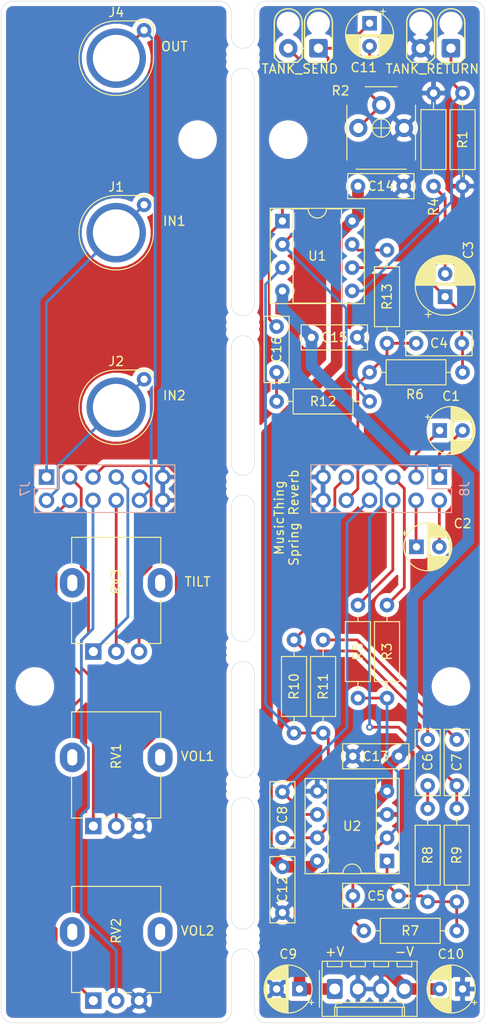
<source format=kicad_pcb>
(kicad_pcb (version 20171130) (host pcbnew "(5.1.8-0-10_14)")
  (layers (0 F.Cu signal) (31 B.Cu signal) (36 B.SilkS user) (37 F.SilkS user) (38 B.Mask user) (39 F.Mask user) (44 Edge.Cuts user))
  (net 0 "")
  (net 1 "Net-(C3-Pad2)")
  (net 2 "Net-(C3-Pad1)")
  (net 3 "Net-(C5-Pad2)")
  (net 4 "Net-(C5-Pad1)")
  (net 5 "Net-(C6-Pad2)")
  (net 6 "Net-(C7-Pad1)")
  (net 7 "Net-(C8-Pad1)")
  (net 8 GND)
  (net 9 +12V)
  (net 10 -12V)
  (net 11 "Net-(C11-Pad2)")
  (net 12 "Net-(C11-Pad1)")
  (net 13 "Net-(C16-Pad2)")
  (net 14 "Net-(C16-Pad1)")
  (net 15 "Net-(J3-Pad1)")
  (net 16 "Net-(R13-Pad2)")
  (net 17 /AUDIO1_IN_MAIN)
  (net 18 /AUDIO1_VOL_MAIN)
  (net 19 /AUDIO2_IN_MAIN)
  (net 20 /AUDIO2_VOL_MAIN)
  (net 21 /AUDIO_OUT_MAIN)
  (net 22 /TILT_HI_MAIN)
  (net 23 /TILT_LO_MAIN)
  (net 24 /TILT_CENTRE_MAIN)
  (net 25 /AUDIO1_IN_CTRL)
  (net 26 /AUDIO2_IN_CTRL)
  (net 27 /AUDIO_OUT_CTRL)
  (net 28 /TILT_HI_CTRL)
  (net 29 /TILT_CENTRE_CTRL)
  (net 30 /TILT_LO_CTRL)
  (net 31 /AUDIO2_POST_VOL_CTRL)
  (net 32 /AUDIO1_POST_VOL_CTRL)
  (net 33 /AUDIO2_VOL_CTRL)
  (net 34 /AUDIO1_VOL_CTRL)
  (net 35 /AUDIO2_POST_VOL_MAIN)
  (net 36 /AUDIO1_POST_VOL_MAIN)
  (net 37 GND1)
  (module rumblesan-footprints:mouse-bite-2.54mm-slot (layer F.Cu) (at 125.857 124.079 90)
    (fp_text reference mouse-bite-2.54mm-slot hide)
    (fp_text value VAL** hide)
    (pad "" np_thru_hole circle (at 0.8 1.1 90) (size 0.5 0.5) (drill 0.5) (layers *.Cu *.Mask))
    (pad "" np_thru_hole circle (at -0.8 1.1 90) (size 0.5 0.5) (drill 0.5) (layers *.Cu *.Mask))
    (pad "" np_thru_hole circle (at -0.8 -1.1 90) (size 0.5 0.5) (drill 0.5) (layers *.Cu *.Mask))
    (pad "" np_thru_hole circle (at 0.8 -1.1 90) (size 0.5 0.5) (drill 0.5) (layers *.Cu *.Mask))
    (pad "" np_thru_hole circle (at 0 1.1 90) (size 0.5 0.5) (drill 0.5) (layers *.Cu *.Mask))
    (pad "" np_thru_hole circle (at 0 -1.1 90) (size 0.5 0.5) (drill 0.5) (layers *.Cu *.Mask))
  )
  (module rumblesan-footprints:mouse-bite-2.54mm-slot (layer F.Cu) (at 125.857 91.059 90)
    (fp_text reference mouse-bite-2.54mm-slot hide)
    (fp_text value VAL** hide)
    (pad "" np_thru_hole circle (at 0.8 1.1 90) (size 0.5 0.5) (drill 0.5) (layers *.Cu *.Mask))
    (pad "" np_thru_hole circle (at -0.8 1.1 90) (size 0.5 0.5) (drill 0.5) (layers *.Cu *.Mask))
    (pad "" np_thru_hole circle (at -0.8 -1.1 90) (size 0.5 0.5) (drill 0.5) (layers *.Cu *.Mask))
    (pad "" np_thru_hole circle (at 0.8 -1.1 90) (size 0.5 0.5) (drill 0.5) (layers *.Cu *.Mask))
    (pad "" np_thru_hole circle (at 0 1.1 90) (size 0.5 0.5) (drill 0.5) (layers *.Cu *.Mask))
    (pad "" np_thru_hole circle (at 0 -1.1 90) (size 0.5 0.5) (drill 0.5) (layers *.Cu *.Mask))
  )
  (module rumblesan-footprints:mouse-bite-2.54mm-slot (layer F.Cu) (at 125.857 44.45 90)
    (fp_text reference mouse-bite-2.54mm-slot hide)
    (fp_text value VAL** hide)
    (pad "" np_thru_hole circle (at 0.8 1.1 90) (size 0.5 0.5) (drill 0.5) (layers *.Cu *.Mask))
    (pad "" np_thru_hole circle (at -0.8 1.1 90) (size 0.5 0.5) (drill 0.5) (layers *.Cu *.Mask))
    (pad "" np_thru_hole circle (at -0.8 -1.1 90) (size 0.5 0.5) (drill 0.5) (layers *.Cu *.Mask))
    (pad "" np_thru_hole circle (at 0.8 -1.1 90) (size 0.5 0.5) (drill 0.5) (layers *.Cu *.Mask))
    (pad "" np_thru_hole circle (at 0 1.1 90) (size 0.5 0.5) (drill 0.5) (layers *.Cu *.Mask))
    (pad "" np_thru_hole circle (at 0 -1.1 90) (size 0.5 0.5) (drill 0.5) (layers *.Cu *.Mask))
  )
  (module rumblesan-footprints:mouse-bite-2.54mm-slot (layer F.Cu) (at 125.857 73.66 90)
    (fp_text reference mouse-bite-2.54mm-slot hide)
    (fp_text value VAL** hide)
    (pad "" np_thru_hole circle (at 0.8 1.1 90) (size 0.5 0.5) (drill 0.5) (layers *.Cu *.Mask))
    (pad "" np_thru_hole circle (at -0.8 1.1 90) (size 0.5 0.5) (drill 0.5) (layers *.Cu *.Mask))
    (pad "" np_thru_hole circle (at -0.8 -1.1 90) (size 0.5 0.5) (drill 0.5) (layers *.Cu *.Mask))
    (pad "" np_thru_hole circle (at 0.8 -1.1 90) (size 0.5 0.5) (drill 0.5) (layers *.Cu *.Mask))
    (pad "" np_thru_hole circle (at 0 1.1 90) (size 0.5 0.5) (drill 0.5) (layers *.Cu *.Mask))
    (pad "" np_thru_hole circle (at 0 -1.1 90) (size 0.5 0.5) (drill 0.5) (layers *.Cu *.Mask))
  )
  (module rumblesan-footprints:mouse-bite-2.54mm-slot (layer F.Cu) (at 125.857 109.22 90)
    (fp_text reference mouse-bite-2.54mm-slot hide)
    (fp_text value VAL** hide)
    (pad "" np_thru_hole circle (at 0.8 1.1 90) (size 0.5 0.5) (drill 0.5) (layers *.Cu *.Mask))
    (pad "" np_thru_hole circle (at -0.8 1.1 90) (size 0.5 0.5) (drill 0.5) (layers *.Cu *.Mask))
    (pad "" np_thru_hole circle (at -0.8 -1.1 90) (size 0.5 0.5) (drill 0.5) (layers *.Cu *.Mask))
    (pad "" np_thru_hole circle (at 0.8 -1.1 90) (size 0.5 0.5) (drill 0.5) (layers *.Cu *.Mask))
    (pad "" np_thru_hole circle (at 0 1.1 90) (size 0.5 0.5) (drill 0.5) (layers *.Cu *.Mask))
    (pad "" np_thru_hole circle (at 0 -1.1 90) (size 0.5 0.5) (drill 0.5) (layers *.Cu *.Mask))
  )
  (module rumblesan-footprints:mouse-bite-2.54mm-slot (layer F.Cu) (at 125.857 140.589 90)
    (fp_text reference mouse-bite-2.54mm-slot hide)
    (fp_text value VAL** hide)
    (pad "" np_thru_hole circle (at 0.8 1.1 90) (size 0.5 0.5) (drill 0.5) (layers *.Cu *.Mask))
    (pad "" np_thru_hole circle (at -0.8 1.1 90) (size 0.5 0.5) (drill 0.5) (layers *.Cu *.Mask))
    (pad "" np_thru_hole circle (at -0.8 -1.1 90) (size 0.5 0.5) (drill 0.5) (layers *.Cu *.Mask))
    (pad "" np_thru_hole circle (at 0.8 -1.1 90) (size 0.5 0.5) (drill 0.5) (layers *.Cu *.Mask))
    (pad "" np_thru_hole circle (at 0 1.1 90) (size 0.5 0.5) (drill 0.5) (layers *.Cu *.Mask))
    (pad "" np_thru_hole circle (at 0 -1.1 90) (size 0.5 0.5) (drill 0.5) (layers *.Cu *.Mask))
  )
  (module MountingHole:MountingHole_3.2mm_M3 (layer F.Cu) (at 120.904 53.34)
    (fp_text reference REF** hide)
    (fp_text value MountingHole_3.2mm_M3 hide)
    (pad 1 np_thru_hole circle (at 0 0) (size 3.2 3.2) (drill 3.2) (layers *.Cu *.Mask))
  )
  (module MountingHole:MountingHole_3.2mm_M3 (layer F.Cu) (at 130.81 53.34)
    (fp_text reference REF** hide)
    (fp_text value MountingHole_3.2mm_M3 hide)
    (pad 1 np_thru_hole circle (at 0 0) (size 3.2 3.2) (drill 3.2) (layers *.Cu *.Mask))
  )
  (module MountingHole:MountingHole_3.2mm_M3 (layer F.Cu) (at 148.59 113.03)
    (fp_text reference REF** hide)
    (fp_text value MountingHole_3.2mm_M3 hide)
    (pad 1 np_thru_hole circle (at 0 0) (size 3.2 3.2) (drill 3.2) (layers *.Cu *.Mask))
  )
  (module MountingHole:MountingHole_3.2mm_M3 (layer F.Cu) (at 103.124 113.03)
    (fp_text reference REF** hide)
    (fp_text value MountingHole_3.2mm_M3 hide)
    (pad 1 np_thru_hole circle (at 0 0) (size 3.2 3.2) (drill 3.2) (layers *.Cu *.Mask))
  )
  (module Capacitor_THT:C_Rect_L7.0mm_W2.5mm_P5.00mm (layer F.Cu) (at 129.54 73.74 270)
    (fp_text reference C16 (at 2.5 0 90) (layer F.SilkS))
    (fp_text value 10nf)
    (pad 2 thru_hole circle (at 5 0 270) (size 1.6 1.6) (drill 0.8) (layers *.Cu *.Mask) (net 13 "Net-(C16-Pad2)"))
    (pad 1 thru_hole circle (at 0 0 270) (size 1.6 1.6) (drill 0.8) (layers *.Cu *.Mask) (net 14 "Net-(C16-Pad1)"))
  )
  (module Capacitor_THT:C_Rect_L7.0mm_W2.5mm_P5.00mm (layer F.Cu) (at 138.35 74.93 180)
    (fp_text reference C15 (at 2.5 0) (layer F.SilkS))
    (fp_text value 100nf)
    (pad 2 thru_hole circle (at 5 0 180) (size 1.6 1.6) (drill 0.8) (layers *.Cu *.Mask) (net 10 -12V))
    (pad 1 thru_hole circle (at 0 0 180) (size 1.6 1.6) (drill 0.8) (layers *.Cu *.Mask) (net 8 GND))
  )
  (module Capacitor_THT:C_Rect_L7.0mm_W2.5mm_P5.00mm (layer F.Cu) (at 138.43 58.42)
    (fp_text reference C14 (at 2.5 0) (layer F.SilkS))
    (fp_text value 100nf)
    (pad 2 thru_hole circle (at 5 0) (size 1.6 1.6) (drill 0.8) (layers *.Cu *.Mask) (net 8 GND))
    (pad 1 thru_hole circle (at 0 0) (size 1.6 1.6) (drill 0.8) (layers *.Cu *.Mask) (net 9 +12V))
  )
  (module Capacitor_THT:C_Rect_L7.0mm_W2.5mm_P5.00mm (layer F.Cu) (at 137.875 120.65)
    (fp_text reference C13 (at 2.5 0) (layer F.SilkS))
    (fp_text value 100nf)
    (pad 2 thru_hole circle (at 5 0) (size 1.6 1.6) (drill 0.8) (layers *.Cu *.Mask) (net 10 -12V))
    (pad 1 thru_hole circle (at 0 0) (size 1.6 1.6) (drill 0.8) (layers *.Cu *.Mask) (net 8 GND))
  )
  (module Capacitor_THT:C_Rect_L7.0mm_W2.5mm_P5.00mm (layer F.Cu) (at 130.175 132.715 270)
    (fp_text reference C12 (at 2.46 0 90) (layer F.SilkS))
    (fp_text value 100nf)
    (pad 2 thru_hole circle (at 5 0 270) (size 1.6 1.6) (drill 0.8) (layers *.Cu *.Mask) (net 8 GND))
    (pad 1 thru_hole circle (at 0 0 270) (size 1.6 1.6) (drill 0.8) (layers *.Cu *.Mask) (net 9 +12V))
  )
  (module Capacitor_THT:C_Rect_L7.0mm_W2.5mm_P5.00mm (layer F.Cu) (at 130.175 129.54 90)
    (fp_text reference C8 (at 2.5 0 90) (layer F.SilkS))
    (fp_text value 22pf)
    (pad 2 thru_hole circle (at 5 0 90) (size 1.6 1.6) (drill 0.8) (layers *.Cu *.Mask) (net 24 /TILT_CENTRE_MAIN))
    (pad 1 thru_hole circle (at 0 0 90) (size 1.6 1.6) (drill 0.8) (layers *.Cu *.Mask) (net 7 "Net-(C8-Pad1)"))
  )
  (module Capacitor_THT:C_Rect_L7.0mm_W2.5mm_P5.00mm (layer F.Cu) (at 149.225 118.825 270)
    (fp_text reference C7 (at 2.5 0 90) (layer F.SilkS))
    (fp_text value 33nf)
    (pad 2 thru_hole circle (at 5 0 270) (size 1.6 1.6) (drill 0.8) (layers *.Cu *.Mask) (net 23 /TILT_LO_MAIN))
    (pad 1 thru_hole circle (at 0 0 270) (size 1.6 1.6) (drill 0.8) (layers *.Cu *.Mask) (net 6 "Net-(C7-Pad1)"))
  )
  (module Capacitor_THT:C_Rect_L7.0mm_W2.5mm_P5.00mm (layer F.Cu) (at 146.05 118.825 270)
    (fp_text reference C6 (at 2.46 0 90) (layer F.SilkS))
    (fp_text value 33nf)
    (pad 2 thru_hole circle (at 5 0 270) (size 1.6 1.6) (drill 0.8) (layers *.Cu *.Mask) (net 5 "Net-(C6-Pad2)"))
    (pad 1 thru_hole circle (at 0 0 270) (size 1.6 1.6) (drill 0.8) (layers *.Cu *.Mask) (net 22 /TILT_HI_MAIN))
  )
  (module Capacitor_THT:C_Rect_L7.0mm_W2.5mm_P5.00mm (layer F.Cu) (at 142.875 135.89 180)
    (fp_text reference C5 (at 2.46 0) (layer F.SilkS))
    (fp_text value 22pf)
    (pad 2 thru_hole circle (at 5 0 180) (size 1.6 1.6) (drill 0.8) (layers *.Cu *.Mask) (net 3 "Net-(C5-Pad2)"))
    (pad 1 thru_hole circle (at 0 0 180) (size 1.6 1.6) (drill 0.8) (layers *.Cu *.Mask) (net 4 "Net-(C5-Pad1)"))
  )
  (module Capacitor_THT:C_Rect_L7.0mm_W2.5mm_P5.00mm (layer F.Cu) (at 144.78 75.565)
    (fp_text reference C4 (at 2.5 0) (layer F.SilkS))
    (fp_text value 2.2nf)
    (pad 2 thru_hole circle (at 5 0) (size 1.6 1.6) (drill 0.8) (layers *.Cu *.Mask) (net 2 "Net-(C3-Pad1)"))
    (pad 1 thru_hole circle (at 0 0) (size 1.6 1.6) (drill 0.8) (layers *.Cu *.Mask) (net 21 /AUDIO_OUT_MAIN))
  )
  (module Potentiometer_THT:Potentiometer_Alpha_RD901F-40-00D_Single_Vertical (layer F.Cu) (at 109.514 109.22 90)
    (fp_text reference RV3 (at 7.62 2.5 270) (layer F.SilkS))
    (fp_text value 10k)
    (pad "" thru_hole oval (at 7.5 -2.3 180) (size 2.72 3.24) (drill oval 1.1 1.8) (layers *.Cu *.Mask))
    (pad "" thru_hole oval (at 7.5 7.3 180) (size 2.72 3.24) (drill oval 1.1 1.8) (layers *.Cu *.Mask))
    (pad 3 thru_hole circle (at 0 5 180) (size 1.8 1.8) (drill 1) (layers *.Cu *.Mask) (net 28 /TILT_HI_CTRL))
    (pad 2 thru_hole circle (at 0 2.5 180) (size 1.8 1.8) (drill 1) (layers *.Cu *.Mask) (net 29 /TILT_CENTRE_CTRL))
    (pad 1 thru_hole rect (at 0 0 180) (size 1.8 1.8) (drill 1) (layers *.Cu *.Mask) (net 30 /TILT_LO_CTRL))
  )
  (module Connector_PinSocket_2.54mm:PinSocket_2x06_P2.54mm_Vertical (layer B.Cu) (at 147.32 90.17 90)
    (fp_text reference J8 (at -1.27 2.77 270) (layer B.SilkS) (effects (justify mirror)))
    (fp_text value MAIN_BOARD_HEADER hide)
    (pad 12 thru_hole oval (at -2.54 -12.7 90) (size 1.7 1.7) (drill 1) (layers *.Cu *.Mask) (net 8 GND))
    (pad 11 thru_hole oval (at 0 -12.7 90) (size 1.7 1.7) (drill 1) (layers *.Cu *.Mask) (net 8 GND))
    (pad 10 thru_hole oval (at -2.54 -10.16 90) (size 1.7 1.7) (drill 1) (layers *.Cu *.Mask) (net 21 /AUDIO_OUT_MAIN))
    (pad 9 thru_hole oval (at 0 -10.16 90) (size 1.7 1.7) (drill 1) (layers *.Cu *.Mask) (net 22 /TILT_HI_MAIN))
    (pad 8 thru_hole oval (at -2.54 -7.62 90) (size 1.7 1.7) (drill 1) (layers *.Cu *.Mask) (net 24 /TILT_CENTRE_MAIN))
    (pad 7 thru_hole oval (at 0 -7.62 90) (size 1.7 1.7) (drill 1) (layers *.Cu *.Mask) (net 23 /TILT_LO_MAIN))
    (pad 6 thru_hole oval (at -2.54 -5.08 90) (size 1.7 1.7) (drill 1) (layers *.Cu *.Mask) (net 35 /AUDIO2_POST_VOL_MAIN))
    (pad 5 thru_hole oval (at 0 -5.08 90) (size 1.7 1.7) (drill 1) (layers *.Cu *.Mask) (net 36 /AUDIO1_POST_VOL_MAIN))
    (pad 4 thru_hole oval (at -2.54 -2.54 90) (size 1.7 1.7) (drill 1) (layers *.Cu *.Mask) (net 20 /AUDIO2_VOL_MAIN))
    (pad 3 thru_hole oval (at 0 -2.54 90) (size 1.7 1.7) (drill 1) (layers *.Cu *.Mask) (net 18 /AUDIO1_VOL_MAIN))
    (pad 2 thru_hole oval (at -2.54 0 90) (size 1.7 1.7) (drill 1) (layers *.Cu *.Mask) (net 19 /AUDIO2_IN_MAIN))
    (pad 1 thru_hole rect (at 0 0 90) (size 1.7 1.7) (drill 1) (layers *.Cu *.Mask) (net 17 /AUDIO1_IN_MAIN))
  )
  (module Connector_PinHeader_2.54mm:PinHeader_2x06_P2.54mm_Vertical (layer B.Cu) (at 104.394 90.17 270)
    (fp_text reference J7 (at 1.27 2.33 270) (layer B.SilkS) (effects (justify mirror)))
    (fp_text value CTRL_BOARD_HEADER hide)
    (pad 12 thru_hole oval (at 2.54 -12.7 270) (size 1.7 1.7) (drill 1) (layers *.Cu *.Mask) (net 37 GND1))
    (pad 11 thru_hole oval (at 0 -12.7 270) (size 1.7 1.7) (drill 1) (layers *.Cu *.Mask) (net 37 GND1))
    (pad 10 thru_hole oval (at 2.54 -10.16 270) (size 1.7 1.7) (drill 1) (layers *.Cu *.Mask) (net 27 /AUDIO_OUT_CTRL))
    (pad 9 thru_hole oval (at 0 -10.16 270) (size 1.7 1.7) (drill 1) (layers *.Cu *.Mask) (net 28 /TILT_HI_CTRL))
    (pad 8 thru_hole oval (at 2.54 -7.62 270) (size 1.7 1.7) (drill 1) (layers *.Cu *.Mask) (net 29 /TILT_CENTRE_CTRL))
    (pad 7 thru_hole oval (at 0 -7.62 270) (size 1.7 1.7) (drill 1) (layers *.Cu *.Mask) (net 30 /TILT_LO_CTRL))
    (pad 6 thru_hole oval (at 2.54 -5.08 270) (size 1.7 1.7) (drill 1) (layers *.Cu *.Mask) (net 31 /AUDIO2_POST_VOL_CTRL))
    (pad 5 thru_hole oval (at 0 -5.08 270) (size 1.7 1.7) (drill 1) (layers *.Cu *.Mask) (net 32 /AUDIO1_POST_VOL_CTRL))
    (pad 4 thru_hole oval (at 2.54 -2.54 270) (size 1.7 1.7) (drill 1) (layers *.Cu *.Mask) (net 33 /AUDIO2_VOL_CTRL))
    (pad 3 thru_hole oval (at 0 -2.54 270) (size 1.7 1.7) (drill 1) (layers *.Cu *.Mask) (net 34 /AUDIO1_VOL_CTRL))
    (pad 2 thru_hole oval (at 2.54 0 270) (size 1.7 1.7) (drill 1) (layers *.Cu *.Mask) (net 26 /AUDIO2_IN_CTRL))
    (pad 1 thru_hole rect (at 0 0 270) (size 1.7 1.7) (drill 1) (layers *.Cu *.Mask) (net 25 /AUDIO1_IN_CTRL))
  )
  (module Package_DIP:DIP-8_W7.62mm_Socket (layer F.Cu) (at 141.605 132.08 180)
    (fp_text reference U2 (at 3.81 3.81) (layer F.SilkS))
    (fp_text value NE5532)
    (pad 8 thru_hole oval (at 7.62 0 180) (size 1.6 1.6) (drill 0.8) (layers *.Cu *.Mask) (net 9 +12V))
    (pad 4 thru_hole oval (at 0 7.62 180) (size 1.6 1.6) (drill 0.8) (layers *.Cu *.Mask) (net 10 -12V))
    (pad 7 thru_hole oval (at 7.62 2.54 180) (size 1.6 1.6) (drill 0.8) (layers *.Cu *.Mask) (net 7 "Net-(C8-Pad1)"))
    (pad 3 thru_hole oval (at 0 5.08 180) (size 1.6 1.6) (drill 0.8) (layers *.Cu *.Mask) (net 8 GND))
    (pad 6 thru_hole oval (at 7.62 5.08 180) (size 1.6 1.6) (drill 0.8) (layers *.Cu *.Mask) (net 24 /TILT_CENTRE_MAIN))
    (pad 2 thru_hole oval (at 0 2.54 180) (size 1.6 1.6) (drill 0.8) (layers *.Cu *.Mask) (net 3 "Net-(C5-Pad2)"))
    (pad 5 thru_hole oval (at 7.62 7.62 180) (size 1.6 1.6) (drill 0.8) (layers *.Cu *.Mask) (net 8 GND))
    (pad 1 thru_hole rect (at 0 0 180) (size 1.6 1.6) (drill 0.8) (layers *.Cu *.Mask) (net 4 "Net-(C5-Pad1)"))
  )
  (module Package_DIP:DIP-8_W7.62mm_Socket (layer F.Cu) (at 130.175 62.23)
    (fp_text reference U1 (at 3.81 3.81) (layer F.SilkS))
    (fp_text value TL072)
    (pad 8 thru_hole oval (at 7.62 0) (size 1.6 1.6) (drill 0.8) (layers *.Cu *.Mask) (net 9 +12V))
    (pad 4 thru_hole oval (at 0 7.62) (size 1.6 1.6) (drill 0.8) (layers *.Cu *.Mask) (net 10 -12V))
    (pad 7 thru_hole oval (at 7.62 2.54) (size 1.6 1.6) (drill 0.8) (layers *.Cu *.Mask) (net 16 "Net-(R13-Pad2)"))
    (pad 3 thru_hole oval (at 0 5.08) (size 1.6 1.6) (drill 0.8) (layers *.Cu *.Mask) (net 7 "Net-(C8-Pad1)"))
    (pad 6 thru_hole oval (at 7.62 5.08) (size 1.6 1.6) (drill 0.8) (layers *.Cu *.Mask) (net 2 "Net-(C3-Pad1)"))
    (pad 2 thru_hole oval (at 0 2.54) (size 1.6 1.6) (drill 0.8) (layers *.Cu *.Mask) (net 12 "Net-(C11-Pad1)"))
    (pad 5 thru_hole oval (at 7.62 7.62) (size 1.6 1.6) (drill 0.8) (layers *.Cu *.Mask) (net 15 "Net-(J3-Pad1)"))
    (pad 1 thru_hole rect (at 0 0) (size 1.6 1.6) (drill 0.8) (layers *.Cu *.Mask) (net 14 "Net-(C16-Pad1)"))
  )
  (module Potentiometer_THT:Potentiometer_Alpha_RD901F-40-00D_Single_Vertical (layer F.Cu) (at 109.514 147.32 90)
    (fp_text reference RV2 (at 7.62 2.5 270) (layer F.SilkS))
    (fp_text value 100k)
    (pad "" thru_hole oval (at 7.5 -2.3 180) (size 2.72 3.24) (drill oval 1.1 1.8) (layers *.Cu *.Mask))
    (pad "" thru_hole oval (at 7.5 7.3 180) (size 2.72 3.24) (drill oval 1.1 1.8) (layers *.Cu *.Mask))
    (pad 3 thru_hole circle (at 0 5 180) (size 1.8 1.8) (drill 1) (layers *.Cu *.Mask) (net 37 GND1))
    (pad 2 thru_hole circle (at 0 2.5 180) (size 1.8 1.8) (drill 1) (layers *.Cu *.Mask) (net 31 /AUDIO2_POST_VOL_CTRL))
    (pad 1 thru_hole rect (at 0 0 180) (size 1.8 1.8) (drill 1) (layers *.Cu *.Mask) (net 33 /AUDIO2_VOL_CTRL))
  )
  (module Potentiometer_THT:Potentiometer_Alpha_RD901F-40-00D_Single_Vertical (layer F.Cu) (at 109.514 128.27 90)
    (fp_text reference RV1 (at 7.62 2.5 270) (layer F.SilkS))
    (fp_text value 100k)
    (pad "" thru_hole oval (at 7.5 -2.3 180) (size 2.72 3.24) (drill oval 1.1 1.8) (layers *.Cu *.Mask))
    (pad "" thru_hole oval (at 7.5 7.3 180) (size 2.72 3.24) (drill oval 1.1 1.8) (layers *.Cu *.Mask))
    (pad 3 thru_hole circle (at 0 5 180) (size 1.8 1.8) (drill 1) (layers *.Cu *.Mask) (net 37 GND1))
    (pad 2 thru_hole circle (at 0 2.5 180) (size 1.8 1.8) (drill 1) (layers *.Cu *.Mask) (net 32 /AUDIO1_POST_VOL_CTRL))
    (pad 1 thru_hole rect (at 0 0 180) (size 1.8 1.8) (drill 1) (layers *.Cu *.Mask) (net 34 /AUDIO1_VOL_CTRL))
  )
  (module rumblesan-footprints:Resistor_THT_L6.3mm_D2.5mm_P10.16mm_Horizontal (layer F.Cu) (at 141.605 75.565 90)
    (fp_text reference R13 (at 5.08 0 90) (layer F.SilkS))
    (fp_text value 1k)
    (pad 2 thru_hole oval (at 10.16 0 90) (size 1.6 1.6) (drill 0.8) (layers *.Cu *.Mask) (net 16 "Net-(R13-Pad2)"))
    (pad 1 thru_hole circle (at 0 0 90) (size 1.6 1.6) (drill 0.8) (layers *.Cu *.Mask) (net 21 /AUDIO_OUT_MAIN))
  )
  (module rumblesan-footprints:Resistor_THT_L6.3mm_D2.5mm_P10.16mm_Horizontal (layer F.Cu) (at 129.54 81.915)
    (fp_text reference R12 (at 5.08 0) (layer F.SilkS))
    (fp_text value 2k2)
    (pad 2 thru_hole oval (at 10.16 0) (size 1.6 1.6) (drill 0.8) (layers *.Cu *.Mask) (net 12 "Net-(C11-Pad1)"))
    (pad 1 thru_hole circle (at 0 0) (size 1.6 1.6) (drill 0.8) (layers *.Cu *.Mask) (net 13 "Net-(C16-Pad2)"))
  )
  (module rumblesan-footprints:Resistor_THT_L6.3mm_D2.5mm_P10.16mm_Horizontal (layer F.Cu) (at 134.62 118.11 90)
    (fp_text reference R11 (at 5.08 0 90) (layer F.SilkS))
    (fp_text value 2k2)
    (pad 2 thru_hole oval (at 10.16 0 90) (size 1.6 1.6) (drill 0.8) (layers *.Cu *.Mask) (net 6 "Net-(C7-Pad1)"))
    (pad 1 thru_hole circle (at 0 0 90) (size 1.6 1.6) (drill 0.8) (layers *.Cu *.Mask) (net 7 "Net-(C8-Pad1)"))
  )
  (module rumblesan-footprints:Resistor_THT_L6.3mm_D2.5mm_P10.16mm_Horizontal (layer F.Cu) (at 131.445 118.11 90)
    (fp_text reference R10 (at 5.08 0 90) (layer F.SilkS))
    (fp_text value 6k8)
    (pad 2 thru_hole oval (at 10.16 0 90) (size 1.6 1.6) (drill 0.8) (layers *.Cu *.Mask) (net 22 /TILT_HI_MAIN))
    (pad 1 thru_hole circle (at 0 0 90) (size 1.6 1.6) (drill 0.8) (layers *.Cu *.Mask) (net 7 "Net-(C8-Pad1)"))
  )
  (module rumblesan-footprints:Resistor_THT_L6.3mm_D2.5mm_P10.16mm_Horizontal (layer F.Cu) (at 149.225 126.365 270)
    (fp_text reference R9 (at 5.08 0 90) (layer F.SilkS))
    (fp_text value 6k8)
    (pad 2 thru_hole oval (at 10.16 0 270) (size 1.6 1.6) (drill 0.8) (layers *.Cu *.Mask) (net 4 "Net-(C5-Pad1)"))
    (pad 1 thru_hole circle (at 0 0 270) (size 1.6 1.6) (drill 0.8) (layers *.Cu *.Mask) (net 23 /TILT_LO_MAIN))
  )
  (module rumblesan-footprints:Resistor_THT_L6.3mm_D2.5mm_P10.16mm_Horizontal (layer F.Cu) (at 146.05 126.365 270)
    (fp_text reference R8 (at 5.08 0 90) (layer F.SilkS))
    (fp_text value 2k2)
    (pad 2 thru_hole oval (at 10.16 0 270) (size 1.6 1.6) (drill 0.8) (layers *.Cu *.Mask) (net 4 "Net-(C5-Pad1)"))
    (pad 1 thru_hole circle (at 0 0 270) (size 1.6 1.6) (drill 0.8) (layers *.Cu *.Mask) (net 5 "Net-(C6-Pad2)"))
  )
  (module rumblesan-footprints:Resistor_THT_L6.3mm_D2.5mm_P10.16mm_Horizontal (layer F.Cu) (at 149.225 139.7 180)
    (fp_text reference R7 (at 5.08 0) (layer F.SilkS))
    (fp_text value 10k)
    (pad 2 thru_hole oval (at 10.16 0 180) (size 1.6 1.6) (drill 0.8) (layers *.Cu *.Mask) (net 3 "Net-(C5-Pad2)"))
    (pad 1 thru_hole circle (at 0 0 180) (size 1.6 1.6) (drill 0.8) (layers *.Cu *.Mask) (net 4 "Net-(C5-Pad1)"))
  )
  (module rumblesan-footprints:Resistor_THT_L6.3mm_D2.5mm_P10.16mm_Horizontal (layer F.Cu) (at 139.7 78.74)
    (fp_text reference R6 (at 4.953 2.413) (layer F.SilkS))
    (fp_text value 22k)
    (pad 2 thru_hole oval (at 10.16 0) (size 1.6 1.6) (drill 0.8) (layers *.Cu *.Mask) (net 2 "Net-(C3-Pad1)"))
    (pad 1 thru_hole circle (at 0 0) (size 1.6 1.6) (drill 0.8) (layers *.Cu *.Mask) (net 21 /AUDIO_OUT_MAIN))
  )
  (module rumblesan-footprints:Resistor_THT_L6.3mm_D2.5mm_P10.16mm_Horizontal (layer F.Cu) (at 138.43 114.3 90)
    (fp_text reference R5 (at 5.08 0 90) (layer F.SilkS))
    (fp_text value 10k)
    (pad 2 thru_hole oval (at 10.16 0 90) (size 1.6 1.6) (drill 0.8) (layers *.Cu *.Mask) (net 35 /AUDIO2_POST_VOL_MAIN))
    (pad 1 thru_hole circle (at 0 0 90) (size 1.6 1.6) (drill 0.8) (layers *.Cu *.Mask) (net 3 "Net-(C5-Pad2)"))
  )
  (module rumblesan-footprints:Resistor_THT_L6.3mm_D2.5mm_P10.16mm_Horizontal (layer F.Cu) (at 146.685 58.42 90)
    (fp_text reference R4 (at -2.286 0 90) (layer F.SilkS))
    (fp_text value 22r)
    (pad 2 thru_hole oval (at 10.16 0 90) (size 1.6 1.6) (drill 0.8) (layers *.Cu *.Mask) (net 8 GND))
    (pad 1 thru_hole circle (at 0 0 90) (size 1.6 1.6) (drill 0.8) (layers *.Cu *.Mask) (net 1 "Net-(C3-Pad2)"))
  )
  (module rumblesan-footprints:Resistor_THT_L6.3mm_D2.5mm_P10.16mm_Horizontal (layer F.Cu) (at 141.605 114.3 90)
    (fp_text reference R3 (at 5.08 0 90) (layer F.SilkS))
    (fp_text value 10k)
    (pad 2 thru_hole oval (at 10.16 0 90) (size 1.6 1.6) (drill 0.8) (layers *.Cu *.Mask) (net 36 /AUDIO1_POST_VOL_MAIN))
    (pad 1 thru_hole circle (at 0 0 90) (size 1.6 1.6) (drill 0.8) (layers *.Cu *.Mask) (net 3 "Net-(C5-Pad2)"))
  )
  (module rumblesan-footprints:Potentiometer_THT_Bourns_3306P_Vertical (layer F.Cu) (at 140.97 52.07)
    (fp_text reference R2 (at -4.445 -4.064) (layer F.SilkS))
    (fp_text value 10k)
    (pad 2 thru_hole circle (at 0 -2.5) (size 2 2) (drill 1.1) (layers *.Cu *.Mask) (net 11 "Net-(C11-Pad2)"))
    (pad 1 thru_hole circle (at -2.5 0) (size 2 2) (drill 1.1) (layers *.Cu *.Mask) (net 11 "Net-(C11-Pad2)"))
    (pad 3 thru_hole circle (at 2.5 0) (size 2 2) (drill 1.1) (layers *.Cu *.Mask) (net 8 GND))
  )
  (module rumblesan-footprints:Resistor_THT_L6.3mm_D2.5mm_P10.16mm_Horizontal (layer F.Cu) (at 149.86 48.26 270)
    (fp_text reference R1 (at 5.08 0 90) (layer F.SilkS))
    (fp_text value 4k7)
    (pad 2 thru_hole oval (at 10.16 0 270) (size 1.6 1.6) (drill 0.8) (layers *.Cu *.Mask) (net 8 GND))
    (pad 1 thru_hole circle (at 0 0 270) (size 1.6 1.6) (drill 0.8) (layers *.Cu *.Mask) (net 15 "Net-(J3-Pad1)"))
  )
  (module rumblesan-footprints:SolderWire-24AWG-0.2sqmm_1x02_D0.5mm_OD1.1mm_Relief (layer F.Cu) (at 134.112 43.37 180)
    (fp_text reference TANK_SEND (at 2.032 -2.25) (layer F.SilkS))
    (fp_text value REV_SEND hide)
    (pad "" np_thru_hole circle (at 0 2.73 180) (size 1.5 1.5) (drill 1.5) (layers *.Cu *.Mask))
    (pad 1 thru_hole roundrect (at 0 0 180) (size 2.032 2.032) (drill 1.016) (layers *.Cu *.Mask) (roundrect_rratio 0.125) (net 12 "Net-(C11-Pad1)"))
    (pad "" np_thru_hole circle (at 3.302 2.73 180) (size 1.5 1.5) (drill 1.5) (layers *.Cu *.Mask))
    (pad 2 thru_hole circle (at 3.302 0 180) (size 2.032 2.032) (drill 1.016) (layers *.Cu *.Mask) (net 14 "Net-(C16-Pad1)"))
  )
  (module rumblesan-footprints:Molex_KK-254_AE-6410-04A_1x04_P2.54mm_Vertical (layer F.Cu) (at 135.89 146.05)
    (fp_text reference J5 hide)
    (fp_text value Conn_01x04_Male hide)
    (pad 4 thru_hole oval (at 7.62 0) (size 1.74 2.19) (drill 1.19) (layers *.Cu *.Mask) (net 10 -12V))
    (pad 3 thru_hole oval (at 5.08 0) (size 1.74 2.19) (drill 1.19) (layers *.Cu *.Mask) (net 8 GND))
    (pad 2 thru_hole oval (at 2.54 0) (size 1.74 2.19) (drill 1.19) (layers *.Cu *.Mask) (net 8 GND))
    (pad 1 thru_hole roundrect (at 0 0) (size 1.74 2.19) (drill 1.19) (layers *.Cu *.Mask) (roundrect_rratio 0.1436775862068966) (net 9 +12V))
  )
  (module rumblesan-footprints:BananaJack_THT_JohnsonCinch_108-09 (layer F.Cu) (at 112.014 44.45)
    (fp_text reference J4 (at 0 -5) (layer F.SilkS))
    (fp_text value OUT)
    (pad 1 thru_hole circle (at 3.048 -3.048) (size 1.6 1.6) (drill 0.8) (layers *.Cu *.Mask) (net 27 /AUDIO_OUT_CTRL))
    (pad 1 thru_hole circle (at 0 0) (size 6.5 6.5) (drill 5.1) (layers *.Cu *.Mask) (net 27 /AUDIO_OUT_CTRL))
  )
  (module rumblesan-footprints:SolderWire-24AWG-0.2sqmm_1x02_D0.5mm_OD1.1mm_Relief (layer F.Cu) (at 148.59 43.37 180)
    (fp_text reference TANK_RETURN (at 2.032 -2.25) (layer F.SilkS))
    (fp_text value REV_RETURN hide)
    (pad "" np_thru_hole circle (at 0 2.73 180) (size 1.5 1.5) (drill 1.5) (layers *.Cu *.Mask))
    (pad 1 thru_hole roundrect (at 0 0 180) (size 2.032 2.032) (drill 1.016) (layers *.Cu *.Mask) (roundrect_rratio 0.125) (net 15 "Net-(J3-Pad1)"))
    (pad "" np_thru_hole circle (at 3.302 2.73 180) (size 1.5 1.5) (drill 1.5) (layers *.Cu *.Mask))
    (pad 2 thru_hole circle (at 3.302 0 180) (size 2.032 2.032) (drill 1.016) (layers *.Cu *.Mask) (net 8 GND))
  )
  (module rumblesan-footprints:BananaJack_THT_JohnsonCinch_108-09 (layer F.Cu) (at 112.014 82.55)
    (fp_text reference J2 (at 0 -5) (layer F.SilkS))
    (fp_text value IN2)
    (pad 1 thru_hole circle (at 3.048 -3.048) (size 1.6 1.6) (drill 0.8) (layers *.Cu *.Mask) (net 26 /AUDIO2_IN_CTRL))
    (pad 1 thru_hole circle (at 0 0) (size 6.5 6.5) (drill 5.1) (layers *.Cu *.Mask) (net 26 /AUDIO2_IN_CTRL))
  )
  (module rumblesan-footprints:BananaJack_THT_JohnsonCinch_108-09 (layer F.Cu) (at 112.014 63.5)
    (fp_text reference J1 (at 0 -5) (layer F.SilkS))
    (fp_text value IN1)
    (pad 1 thru_hole circle (at 3.048 -3.048) (size 1.6 1.6) (drill 0.8) (layers *.Cu *.Mask) (net 25 /AUDIO1_IN_CTRL))
    (pad 1 thru_hole circle (at 0 0) (size 6.5 6.5) (drill 5.1) (layers *.Cu *.Mask) (net 25 /AUDIO1_IN_CTRL))
  )
  (module Capacitor_THT:CP_Radial_D5.0mm_P2.50mm (layer F.Cu) (at 139.7 40.64 270)
    (fp_text reference C11 (at 4.826 0.635 180) (layer F.SilkS))
    (fp_text value 10uf)
    (pad 2 thru_hole circle (at 2.5 0 270) (size 1.6 1.6) (drill 0.8) (layers *.Cu *.Mask) (net 11 "Net-(C11-Pad2)"))
    (pad 1 thru_hole rect (at 0 0 270) (size 1.6 1.6) (drill 0.8) (layers *.Cu *.Mask) (net 12 "Net-(C11-Pad1)"))
  )
  (module Capacitor_THT:CP_Radial_D5.0mm_P2.50mm (layer F.Cu) (at 149.86 146.05 180)
    (fp_text reference C10 (at 1.27 3.81) (layer F.SilkS))
    (fp_text value 10uf)
    (pad 2 thru_hole circle (at 2.5 0 180) (size 1.6 1.6) (drill 0.8) (layers *.Cu *.Mask) (net 10 -12V))
    (pad 1 thru_hole rect (at 0 0 180) (size 1.6 1.6) (drill 0.8) (layers *.Cu *.Mask) (net 8 GND))
  )
  (module Capacitor_THT:CP_Radial_D5.0mm_P2.50mm (layer F.Cu) (at 132.04 146.05 180)
    (fp_text reference C9 (at 1.23 3.81) (layer F.SilkS))
    (fp_text value 10uf)
    (pad 2 thru_hole circle (at 2.5 0 180) (size 1.6 1.6) (drill 0.8) (layers *.Cu *.Mask) (net 8 GND))
    (pad 1 thru_hole rect (at 0 0 180) (size 1.6 1.6) (drill 0.8) (layers *.Cu *.Mask) (net 9 +12V))
  )
  (module Capacitor_THT:CP_Radial_D6.3mm_P2.50mm (layer F.Cu) (at 147.955 70.485 90)
    (fp_text reference C3 (at 5.08 2.54 90) (layer F.SilkS))
    (fp_text value 22uf)
    (pad 2 thru_hole circle (at 2.5 0 90) (size 1.6 1.6) (drill 0.8) (layers *.Cu *.Mask) (net 1 "Net-(C3-Pad2)"))
    (pad 1 thru_hole rect (at 0 0 90) (size 1.6 1.6) (drill 0.8) (layers *.Cu *.Mask) (net 2 "Net-(C3-Pad1)"))
  )
  (module Capacitor_THT:CP_Radial_D5.0mm_P2.50mm (layer F.Cu) (at 144.82 97.79)
    (fp_text reference C2 (at 5.04 -2.54) (layer F.SilkS))
    (fp_text value 10uf)
    (pad 2 thru_hole circle (at 2.5 0) (size 1.6 1.6) (drill 0.8) (layers *.Cu *.Mask) (net 19 /AUDIO2_IN_MAIN))
    (pad 1 thru_hole rect (at 0 0) (size 1.6 1.6) (drill 0.8) (layers *.Cu *.Mask) (net 20 /AUDIO2_VOL_MAIN))
  )
  (module Capacitor_THT:CP_Radial_D5.0mm_P2.50mm (layer F.Cu) (at 147.36 85.09)
    (fp_text reference C1 (at 1.25 -3.75) (layer F.SilkS))
    (fp_text value 10uf)
    (pad 2 thru_hole circle (at 2.5 0) (size 1.6 1.6) (drill 0.8) (layers *.Cu *.Mask) (net 17 /AUDIO1_IN_MAIN))
    (pad 1 thru_hole rect (at 0 0) (size 1.6 1.6) (drill 0.8) (layers *.Cu *.Mask) (net 18 /AUDIO1_VOL_MAIN))
  )
  (gr_line (start 124.587 93.4085) (end 124.587 106.8705) (layer Edge.Cuts) (width 0.05))
  (gr_line (start 127.127 106.8705) (end 127.127 93.4085) (layer Edge.Cuts) (width 0.05))
  (gr_line (start 124.587 121.7295) (end 124.587 111.5695) (layer Edge.Cuts) (width 0.05))
  (gr_line (start 127.127 111.5695) (end 127.127 121.7295) (layer Edge.Cuts) (width 0.05))
  (gr_arc (start 125.857 93.4085) (end 127.127 93.4085) (angle -180) (layer Edge.Cuts) (width 0.05))
  (gr_arc (start 125.857 88.7095) (end 124.587 88.7095) (angle -180) (layer Edge.Cuts) (width 0.05))
  (gr_arc (start 125.857 126.4285) (end 127.127 126.4285) (angle -180) (layer Edge.Cuts) (width 0.05))
  (gr_arc (start 125.857 121.7295) (end 124.587 121.7295) (angle -180) (layer Edge.Cuts) (width 0.05))
  (gr_text "MusicThing\nSpring Reverb" (at 130.6195 94.615 90) (layer F.SilkS) (effects (font (size 1 1))))
  (gr_arc (start 125.857 42.1005) (end 124.587 42.1005) (angle -180) (layer Edge.Cuts) (width 0.05))
  (gr_arc (start 125.857 46.7995) (end 127.127 46.7995) (angle -180) (layer Edge.Cuts) (width 0.05))
  (gr_arc (start 125.857 71.3105) (end 124.587 71.3105) (angle -180) (layer Edge.Cuts) (width 0.05))
  (gr_arc (start 125.857 76.0095) (end 127.127 76.0095) (angle -180) (layer Edge.Cuts) (width 0.05))
  (gr_arc (start 125.857 106.8705) (end 124.587 106.8705) (angle -180) (layer Edge.Cuts) (width 0.05))
  (gr_arc (start 125.857 111.5695) (end 127.127 111.5695) (angle -180) (layer Edge.Cuts) (width 0.05))
  (gr_arc (start 125.857 138.2395) (end 124.587 138.2395) (angle -180) (layer Edge.Cuts) (width 0.05))
  (gr_arc (start 125.857 142.9385) (end 127.127 142.9385) (angle -180) (layer Edge.Cuts) (width 0.05))
  (gr_line (start 124.587 142.9385) (end 124.587 148.463) (layer Edge.Cuts) (width 0.05))
  (gr_line (start 124.587 126.4285) (end 124.587 138.2395) (layer Edge.Cuts) (width 0.05))
  (gr_line (start 124.587 76.0095) (end 124.587 88.7095) (layer Edge.Cuts) (width 0.05))
  (gr_line (start 124.587 46.7995) (end 124.587 71.3105) (layer Edge.Cuts) (width 0.05))
  (gr_line (start 124.587 39.497) (end 124.587 42.1005) (layer Edge.Cuts) (width 0.05))
  (gr_line (start 127.127 42.1005) (end 127.127 39.497) (layer Edge.Cuts) (width 0.05))
  (gr_line (start 127.127 71.3105) (end 127.127 46.7995) (layer Edge.Cuts) (width 0.05))
  (gr_line (start 127.127 88.7095) (end 127.127 76.0095) (layer Edge.Cuts) (width 0.05))
  (gr_line (start 127.127 138.2395) (end 127.127 126.4285) (layer Edge.Cuts) (width 0.05))
  (gr_line (start 127.127 142.9385) (end 127.127 148.463) (layer Edge.Cuts) (width 0.05))
  (gr_text VOL2 (at 120.904 139.7) (layer F.SilkS) (effects (font (size 1 1))))
  (gr_text VOL1 (at 120.904 120.65) (layer F.SilkS) (effects (font (size 1 1))))
  (gr_text TILT (at 120.904 101.6) (layer F.SilkS) (effects (font (size 1 1))))
  (gr_text IN2 (at 118.364 81.28) (layer F.SilkS) (effects (font (size 1 1))))
  (gr_text IN1 (at 118.364 62.23) (layer F.SilkS) (effects (font (size 1 1))))
  (gr_text OUT (at 118.364 43.18) (layer F.SilkS) (effects (font (size 1 1))))
  (gr_text +V (at 135.89 141.986) (layer F.SilkS) (effects (font (size 1 1))))
  (gr_text -V (at 143.51 141.986) (layer F.SilkS) (effects (font (size 1 1))))
  (gr_arc (start 100.711 148.463) (end 99.441 148.463) (angle -90) (layer Edge.Cuts) (width 0.05))
  (gr_arc (start 123.317 148.463) (end 123.317 149.733) (angle -90) (layer Edge.Cuts) (width 0.05))
  (gr_arc (start 123.317 39.497) (end 124.587 39.497) (angle -90) (layer Edge.Cuts) (width 0.05))
  (gr_arc (start 100.711 39.497) (end 100.711 38.227) (angle -90) (layer Edge.Cuts) (width 0.05))
  (gr_arc (start 151.003 39.497) (end 152.273 39.497) (angle -90) (layer Edge.Cuts) (width 0.05))
  (gr_arc (start 128.397 39.497) (end 128.397 38.227) (angle -90) (layer Edge.Cuts) (width 0.05))
  (gr_arc (start 128.397 148.463) (end 127.127 148.463) (angle -90) (layer Edge.Cuts) (width 0.05))
  (gr_arc (start 151.003 148.463) (end 151.003 149.733) (angle -90) (layer Edge.Cuts) (width 0.05))
  (gr_line (start 151.003 149.733) (end 128.397 149.733) (layer Edge.Cuts) (width 0.05))
  (gr_line (start 152.273 39.497) (end 152.273 148.463) (layer Edge.Cuts) (width 0.05))
  (gr_line (start 128.397 38.227) (end 151.003 38.227) (layer Edge.Cuts) (width 0.05))
  (gr_line (start 99.441 39.497) (end 99.441 148.463) (layer Edge.Cuts) (width 0.05))
  (gr_line (start 123.317 38.227) (end 100.711 38.227) (layer Edge.Cuts) (width 0.05))
  (gr_line (start 100.711 149.733) (end 123.317 149.733) (layer Edge.Cuts) (width 0.05))
  (segment (start 147.955 59.69) (end 146.685 58.42) (width 0.3048) (layer F.Cu) (net 1))
  (segment (start 147.955 67.985) (end 147.955 59.69) (width 0.3048) (layer F.Cu) (net 1))
  (segment (start 149.86 75.645) (end 149.78 75.565) (width 0.3048) (layer F.Cu) (net 2))
  (segment (start 149.86 78.74) (end 149.86 75.645) (width 0.3048) (layer F.Cu) (net 2))
  (segment (start 149.78 72.31) (end 147.955 70.485) (width 0.3048) (layer F.Cu) (net 2))
  (segment (start 149.78 75.565) (end 149.78 72.31) (width 0.3048) (layer F.Cu) (net 2))
  (segment (start 144.78 67.31) (end 147.955 70.485) (width 0.3048) (layer F.Cu) (net 2))
  (segment (start 137.795 67.31) (end 144.78 67.31) (width 0.3048) (layer F.Cu) (net 2))
  (segment (start 137.875 138.51) (end 139.065 139.7) (width 0.3048) (layer F.Cu) (net 3))
  (segment (start 137.875 135.89) (end 137.875 138.51) (width 0.3048) (layer F.Cu) (net 3))
  (segment (start 137.875 133.27) (end 141.605 129.54) (width 0.3048) (layer F.Cu) (net 3))
  (segment (start 137.875 135.89) (end 137.875 133.27) (width 0.3048) (layer F.Cu) (net 3))
  (segment (start 141.605 114.3) (end 138.43 114.3) (width 0.3048) (layer F.Cu) (net 3))
  (segment (start 142.811401 122.371875) (end 141.605 121.165474) (width 0.3048) (layer B.Cu) (net 3))
  (segment (start 141.605 121.165474) (end 141.605 114.3) (width 0.3048) (layer B.Cu) (net 3))
  (segment (start 142.811401 128.333599) (end 142.811401 122.371875) (width 0.3048) (layer B.Cu) (net 3))
  (segment (start 141.605 129.54) (end 142.811401 128.333599) (width 0.3048) (layer B.Cu) (net 3))
  (segment (start 145.415 135.89) (end 146.05 136.525) (width 0.3048) (layer F.Cu) (net 4))
  (segment (start 142.875 135.89) (end 145.415 135.89) (width 0.3048) (layer F.Cu) (net 4))
  (segment (start 146.05 136.525) (end 149.225 136.525) (width 0.3048) (layer F.Cu) (net 4))
  (segment (start 149.225 136.525) (end 149.225 139.7) (width 0.3048) (layer F.Cu) (net 4))
  (segment (start 141.605 134.62) (end 142.875 135.89) (width 0.3048) (layer F.Cu) (net 4))
  (segment (start 141.605 132.08) (end 141.605 134.62) (width 0.3048) (layer F.Cu) (net 4))
  (segment (start 146.05 123.825) (end 146.05 126.365) (width 0.3048) (layer F.Cu) (net 5))
  (segment (start 138.35 107.95) (end 134.62 107.95) (width 0.3048) (layer F.Cu) (net 6))
  (segment (start 149.225 118.825) (end 138.35 107.95) (width 0.3048) (layer F.Cu) (net 6))
  (segment (start 133.985 129.54) (end 130.175 129.54) (width 0.3048) (layer F.Cu) (net 7))
  (segment (start 128.333599 114.998599) (end 131.445 118.11) (width 0.3048) (layer B.Cu) (net 7))
  (segment (start 128.333599 69.151401) (end 128.333599 114.998599) (width 0.3048) (layer B.Cu) (net 7))
  (segment (start 130.175 67.31) (end 128.333599 69.151401) (width 0.3048) (layer B.Cu) (net 7))
  (segment (start 131.445 118.11) (end 134.62 118.11) (width 0.3048) (layer F.Cu) (net 7))
  (segment (start 135.191401 118.681401) (end 134.62 118.11) (width 0.3048) (layer F.Cu) (net 7))
  (segment (start 135.191401 128.333599) (end 135.191401 118.681401) (width 0.3048) (layer F.Cu) (net 7))
  (segment (start 133.985 129.54) (end 135.191401 128.333599) (width 0.3048) (layer F.Cu) (net 7))
  (segment (start 135.89 146.05) (end 132.04 146.05) (width 1.27) (layer F.Cu) (net 9))
  (segment (start 133.35 132.715) (end 133.985 132.08) (width 1.27) (layer F.Cu) (net 9))
  (segment (start 132.04 132.755) (end 132.08 132.715) (width 1.27) (layer F.Cu) (net 9))
  (segment (start 132.04 146.05) (end 132.04 132.755) (width 1.27) (layer F.Cu) (net 9))
  (segment (start 132.08 132.715) (end 133.35 132.715) (width 1.27) (layer F.Cu) (net 9))
  (segment (start 130.175 132.715) (end 132.08 132.715) (width 1.27) (layer F.Cu) (net 9))
  (segment (start 136.105999 77.848723) (end 136.105999 63.919001) (width 1.27) (layer F.Cu) (net 9))
  (segment (start 128.485999 85.468723) (end 136.105999 77.848723) (width 1.27) (layer F.Cu) (net 9))
  (segment (start 128.485999 131.025999) (end 128.485999 85.468723) (width 1.27) (layer F.Cu) (net 9))
  (segment (start 136.105999 63.919001) (end 137.795 62.23) (width 1.27) (layer F.Cu) (net 9))
  (segment (start 130.175 132.715) (end 128.485999 131.025999) (width 1.27) (layer F.Cu) (net 9))
  (segment (start 138.43 61.595) (end 137.795 62.23) (width 1.27) (layer F.Cu) (net 9))
  (segment (start 138.43 58.42) (end 138.43 61.595) (width 1.27) (layer F.Cu) (net 9))
  (segment (start 143.51 146.05) (end 147.36 146.05) (width 1.27) (layer F.Cu) (net 10))
  (segment (start 136.185999 129.879001) (end 141.605 124.46) (width 1.27) (layer F.Cu) (net 10))
  (segment (start 136.185999 139.320721) (end 136.185999 129.879001) (width 1.27) (layer F.Cu) (net 10))
  (segment (start 140.931268 144.06599) (end 136.185999 139.320721) (width 1.27) (layer F.Cu) (net 10))
  (segment (start 141.698605 144.06599) (end 140.931268 144.06599) (width 1.27) (layer F.Cu) (net 10))
  (segment (start 143.51 145.877385) (end 141.698605 144.06599) (width 1.27) (layer F.Cu) (net 10))
  (segment (start 143.51 146.05) (end 143.51 145.877385) (width 1.27) (layer F.Cu) (net 10))
  (segment (start 141.605 121.92) (end 142.875 120.65) (width 1.27) (layer F.Cu) (net 10))
  (segment (start 141.605 124.46) (end 141.605 121.92) (width 1.27) (layer F.Cu) (net 10))
  (segment (start 143.716277 88.430999) (end 133.35 78.064722) (width 1.27) (layer B.Cu) (net 10))
  (segment (start 150.495 90.044798) (end 148.881201 88.430999) (width 1.27) (layer B.Cu) (net 10))
  (segment (start 150.495 97.114722) (end 150.495 90.044798) (width 1.27) (layer B.Cu) (net 10))
  (segment (start 133.35 78.064722) (end 133.35 74.93) (width 1.27) (layer B.Cu) (net 10))
  (segment (start 148.881201 88.430999) (end 143.716277 88.430999) (width 1.27) (layer B.Cu) (net 10))
  (segment (start 130.175 71.755) (end 133.35 74.93) (width 1.27) (layer B.Cu) (net 10))
  (segment (start 130.175 69.85) (end 130.175 71.755) (width 1.27) (layer B.Cu) (net 10))
  (segment (start 144.360999 119.164001) (end 142.875 120.65) (width 1.27) (layer B.Cu) (net 10))
  (segment (start 144.360999 103.248723) (end 144.360999 119.164001) (width 1.27) (layer B.Cu) (net 10))
  (segment (start 150.495 97.114722) (end 144.360999 103.248723) (width 1.27) (layer B.Cu) (net 10))
  (segment (start 139.7 48.3) (end 140.97 49.57) (width 0.3048) (layer F.Cu) (net 11))
  (segment (start 139.7 43.14) (end 139.7 48.3) (width 0.3048) (layer F.Cu) (net 11))
  (segment (start 138.47 52.07) (end 140.97 49.57) (width 0.3048) (layer F.Cu) (net 11))
  (segment (start 137.143599 79.358599) (end 139.7 81.915) (width 0.3048) (layer B.Cu) (net 12))
  (segment (start 137.143599 71.738599) (end 137.143599 79.358599) (width 0.3048) (layer B.Cu) (net 12))
  (segment (start 130.175 64.77) (end 137.143599 71.738599) (width 0.3048) (layer B.Cu) (net 12))
  (segment (start 135.17881 59.76619) (end 130.175 64.77) (width 0.3048) (layer F.Cu) (net 12))
  (segment (start 135.17881 44.43681) (end 135.17881 59.76619) (width 0.3048) (layer F.Cu) (net 12))
  (segment (start 134.112 43.37) (end 135.17881 44.43681) (width 0.3048) (layer F.Cu) (net 12))
  (segment (start 136.97 43.37) (end 139.7 40.64) (width 0.3048) (layer F.Cu) (net 12))
  (segment (start 134.112 43.37) (end 136.97 43.37) (width 0.3048) (layer F.Cu) (net 12))
  (segment (start 129.54 78.74) (end 129.54 81.915) (width 0.3048) (layer F.Cu) (net 13))
  (segment (start 128.740001 63.664999) (end 130.175 62.23) (width 0.3048) (layer F.Cu) (net 14))
  (segment (start 128.740001 72.940001) (end 128.740001 63.664999) (width 0.3048) (layer F.Cu) (net 14))
  (segment (start 129.54 73.74) (end 128.740001 72.940001) (width 0.3048) (layer F.Cu) (net 14))
  (segment (start 130.175 62.23) (end 130.175 60.325) (width 0.3048) (layer F.Cu) (net 14))
  (segment (start 130.175 60.325) (end 134.62 55.88) (width 0.3048) (layer F.Cu) (net 14))
  (segment (start 134.62 47.18) (end 130.81 43.37) (width 0.3048) (layer F.Cu) (net 14))
  (segment (start 134.62 55.88) (end 134.62 47.18) (width 0.3048) (layer F.Cu) (net 14))
  (segment (start 148.59 46.99) (end 149.86 48.26) (width 0.3048) (layer F.Cu) (net 15))
  (segment (start 148.59 43.37) (end 148.59 46.99) (width 0.3048) (layer F.Cu) (net 15))
  (segment (start 138.92637 69.85) (end 137.795 69.85) (width 0.3048) (layer B.Cu) (net 15))
  (segment (start 148.653599 60.122771) (end 138.92637 69.85) (width 0.3048) (layer B.Cu) (net 15))
  (segment (start 148.653599 49.466401) (end 148.653599 60.122771) (width 0.3048) (layer B.Cu) (net 15))
  (segment (start 149.86 48.26) (end 148.653599 49.466401) (width 0.3048) (layer B.Cu) (net 15))
  (segment (start 138.43 65.405) (end 137.795 64.77) (width 0.3048) (layer F.Cu) (net 16))
  (segment (start 141.605 65.405) (end 138.43 65.405) (width 0.3048) (layer F.Cu) (net 16))
  (segment (start 147.32 87.63) (end 149.86 85.09) (width 0.3048) (layer F.Cu) (net 17))
  (segment (start 147.32 90.17) (end 147.32 87.63) (width 0.3048) (layer F.Cu) (net 17))
  (segment (start 144.78 87.67) (end 144.78 90.17) (width 0.3048) (layer F.Cu) (net 18))
  (segment (start 147.36 85.09) (end 144.78 87.67) (width 0.3048) (layer F.Cu) (net 18))
  (segment (start 147.32 92.71) (end 147.32 97.79) (width 0.3048) (layer F.Cu) (net 19))
  (segment (start 144.78 97.75) (end 144.82 97.79) (width 0.3048) (layer F.Cu) (net 20))
  (segment (start 144.78 92.71) (end 144.78 97.75) (width 0.3048) (layer F.Cu) (net 20))
  (segment (start 144.78 75.565) (end 141.605 75.565) (width 0.3048) (layer F.Cu) (net 21))
  (segment (start 141.605 76.835) (end 139.7 78.74) (width 0.3048) (layer F.Cu) (net 21))
  (segment (start 141.605 75.565) (end 141.605 76.835) (width 0.3048) (layer F.Cu) (net 21))
  (segment (start 138.416401 80.023599) (end 139.7 78.74) (width 0.3048) (layer F.Cu) (net 21))
  (segment (start 138.416401 91.453599) (end 138.416401 80.023599) (width 0.3048) (layer F.Cu) (net 21))
  (segment (start 137.16 92.71) (end 138.416401 91.453599) (width 0.3048) (layer F.Cu) (net 21))
  (segment (start 132.651401 109.156401) (end 131.445 107.95) (width 0.3048) (layer F.Cu) (net 22))
  (segment (start 138.246875 109.156401) (end 132.651401 109.156401) (width 0.3048) (layer F.Cu) (net 22))
  (segment (start 146.05 116.959526) (end 138.246875 109.156401) (width 0.3048) (layer F.Cu) (net 22))
  (segment (start 146.05 118.825) (end 146.05 116.959526) (width 0.3048) (layer F.Cu) (net 22))
  (segment (start 135.903599 103.491401) (end 131.445 107.95) (width 0.3048) (layer F.Cu) (net 22))
  (segment (start 135.903599 91.426401) (end 135.903599 103.491401) (width 0.3048) (layer F.Cu) (net 22))
  (segment (start 137.16 90.17) (end 135.903599 91.426401) (width 0.3048) (layer F.Cu) (net 22))
  (segment (start 149.225 126.365) (end 149.225 123.825) (width 0.3048) (layer F.Cu) (net 23))
  (via (at 139.7 117.475) (size 0.762) (drill 0.381) (layers F.Cu B.Cu) (net 23))
  (segment (start 142.875 117.475) (end 139.7 117.475) (width 0.3048) (layer F.Cu) (net 23))
  (segment (start 149.225 123.825) (end 142.875 117.475) (width 0.3048) (layer F.Cu) (net 23))
  (segment (start 140.983599 93.313073) (end 140.983599 91.453599) (width 0.3048) (layer B.Cu) (net 23))
  (segment (start 139.7 94.596672) (end 140.983599 93.313073) (width 0.3048) (layer B.Cu) (net 23))
  (segment (start 140.983599 91.453599) (end 139.7 90.17) (width 0.3048) (layer B.Cu) (net 23))
  (segment (start 139.7 117.475) (end 139.7 94.596672) (width 0.3048) (layer B.Cu) (net 23))
  (segment (start 132.635 127) (end 130.175 124.54) (width 0.3048) (layer F.Cu) (net 24))
  (segment (start 133.985 127) (end 132.635 127) (width 0.3048) (layer F.Cu) (net 24))
  (segment (start 137.223599 95.186401) (end 139.7 92.71) (width 0.3048) (layer B.Cu) (net 24))
  (segment (start 137.223599 117.491401) (end 137.223599 95.186401) (width 0.3048) (layer B.Cu) (net 24))
  (segment (start 130.175 124.54) (end 137.223599 117.491401) (width 0.3048) (layer B.Cu) (net 24))
  (segment (start 112.014 63.5) (end 115.062 60.452) (width 0.3048) (layer B.Cu) (net 25))
  (segment (start 104.394 71.12) (end 112.014 63.5) (width 0.3048) (layer B.Cu) (net 25))
  (segment (start 104.394 90.17) (end 104.394 71.12) (width 0.3048) (layer B.Cu) (net 25))
  (segment (start 112.014 82.55) (end 115.062 79.502) (width 0.3048) (layer B.Cu) (net 26))
  (segment (start 105.677599 88.886401) (end 112.014 82.55) (width 0.3048) (layer B.Cu) (net 26))
  (segment (start 105.677599 91.426401) (end 105.677599 88.886401) (width 0.3048) (layer B.Cu) (net 26))
  (segment (start 104.394 92.71) (end 105.677599 91.426401) (width 0.3048) (layer B.Cu) (net 26))
  (segment (start 115.062 41.402) (end 112.014 44.45) (width 0.3048) (layer F.Cu) (net 27))
  (segment (start 116.268401 80.081073) (end 116.268401 42.608401) (width 0.3048) (layer B.Cu) (net 27))
  (segment (start 115.837599 80.511875) (end 116.268401 80.081073) (width 0.3048) (layer B.Cu) (net 27))
  (segment (start 115.837599 91.426401) (end 115.837599 80.511875) (width 0.3048) (layer B.Cu) (net 27))
  (segment (start 116.268401 42.608401) (end 115.062 41.402) (width 0.3048) (layer B.Cu) (net 27))
  (segment (start 114.554 92.71) (end 115.837599 91.426401) (width 0.3048) (layer B.Cu) (net 27))
  (segment (start 114.554 90.17) (end 115.824 91.44) (width 0.3048) (layer F.Cu) (net 28))
  (segment (start 114.514 101.26192) (end 114.514 109.22) (width 0.3048) (layer F.Cu) (net 28))
  (segment (start 115.824 99.95192) (end 114.514 101.26192) (width 0.3048) (layer F.Cu) (net 28))
  (segment (start 115.824 91.44) (end 115.824 99.95192) (width 0.3048) (layer F.Cu) (net 28))
  (segment (start 112.014 92.71) (end 112.014 109.22) (width 0.3048) (layer F.Cu) (net 29))
  (segment (start 112.014 90.17) (end 113.284 91.44) (width 0.3048) (layer B.Cu) (net 30))
  (segment (start 113.284 105.45) (end 109.514 109.22) (width 0.3048) (layer B.Cu) (net 30))
  (segment (start 113.284 91.44) (end 113.284 105.45) (width 0.3048) (layer B.Cu) (net 30))
  (segment (start 112.07208 147.32) (end 112.014 147.32) (width 0.3048) (layer F.Cu) (net 31))
  (segment (start 112.014 141.86192) (end 112.014 147.32) (width 0.3048) (layer B.Cu) (net 31))
  (segment (start 108.207599 138.055519) (end 112.014 141.86192) (width 0.3048) (layer B.Cu) (net 31))
  (segment (start 108.207599 127.044879) (end 108.207599 138.055519) (width 0.3048) (layer B.Cu) (net 31))
  (segment (start 108.98041 119.77833) (end 108.98041 126.272068) (width 0.3048) (layer B.Cu) (net 31))
  (segment (start 108.98041 126.272068) (end 108.207599 127.044879) (width 0.3048) (layer B.Cu) (net 31))
  (segment (start 108.207599 119.005519) (end 108.98041 119.77833) (width 0.3048) (layer B.Cu) (net 31))
  (segment (start 108.207599 107.994879) (end 108.207599 119.005519) (width 0.3048) (layer B.Cu) (net 31))
  (segment (start 109.474 106.728478) (end 108.207599 107.994879) (width 0.3048) (layer B.Cu) (net 31))
  (segment (start 109.474 92.71) (end 109.474 106.728478) (width 0.3048) (layer B.Cu) (net 31))
  (segment (start 112.07208 128.27) (end 112.014 128.27) (width 0.3048) (layer F.Cu) (net 32))
  (segment (start 118.58041 116.24551) (end 112.014 122.81192) (width 0.3048) (layer F.Cu) (net 32))
  (segment (start 118.58041 89.796936) (end 118.58041 116.24551) (width 0.3048) (layer F.Cu) (net 32))
  (segment (start 117.697073 88.913599) (end 118.58041 89.796936) (width 0.3048) (layer F.Cu) (net 32))
  (segment (start 110.730401 88.913599) (end 117.697073 88.913599) (width 0.3048) (layer F.Cu) (net 32))
  (segment (start 112.014 122.81192) (end 112.014 128.27) (width 0.3048) (layer F.Cu) (net 32))
  (segment (start 109.474 90.17) (end 110.730401 88.913599) (width 0.3048) (layer F.Cu) (net 32))
  (segment (start 105.44759 94.19641) (end 105.44759 109.00359) (width 0.3048) (layer F.Cu) (net 33))
  (segment (start 106.934 92.71) (end 105.44759 94.19641) (width 0.3048) (layer F.Cu) (net 33))
  (segment (start 105.44759 109.00359) (end 108.204 111.76) (width 0.3048) (layer F.Cu) (net 33))
  (segment (start 108.204 111.76) (end 108.204 114.3) (width 0.3048) (layer F.Cu) (net 33))
  (segment (start 108.204 114.3) (end 104.394 118.11) (width 0.3048) (layer F.Cu) (net 33))
  (segment (start 105.44759 143.25359) (end 109.514 147.32) (width 0.3048) (layer F.Cu) (net 33))
  (segment (start 104.394 138.43) (end 105.44759 139.48359) (width 0.3048) (layer F.Cu) (net 33))
  (segment (start 105.44759 139.48359) (end 105.44759 143.25359) (width 0.3048) (layer F.Cu) (net 33))
  (segment (start 104.394 118.11) (end 104.394 138.43) (width 0.3048) (layer F.Cu) (net 33))
  (segment (start 108.98041 127.73641) (end 109.514 128.27) (width 0.3048) (layer F.Cu) (net 34))
  (segment (start 109.514 112.279724) (end 109.514 128.27) (width 0.3048) (layer F.Cu) (net 34))
  (segment (start 108.204 110.969724) (end 109.514 112.279724) (width 0.3048) (layer F.Cu) (net 34))
  (segment (start 108.98041 107.222068) (end 108.204 107.998478) (width 0.3048) (layer F.Cu) (net 34))
  (segment (start 108.98041 100.72833) (end 108.98041 107.222068) (width 0.3048) (layer F.Cu) (net 34))
  (segment (start 108.190401 99.938321) (end 108.98041 100.72833) (width 0.3048) (layer F.Cu) (net 34))
  (segment (start 108.190401 91.426401) (end 108.190401 99.938321) (width 0.3048) (layer F.Cu) (net 34))
  (segment (start 108.204 107.998478) (end 108.204 110.969724) (width 0.3048) (layer F.Cu) (net 34))
  (segment (start 106.934 90.17) (end 108.190401 91.426401) (width 0.3048) (layer F.Cu) (net 34))
  (segment (start 142.24 92.71) (end 142.24 100.33) (width 0.3048) (layer F.Cu) (net 35))
  (segment (start 142.24 100.33) (end 138.43 104.14) (width 0.3048) (layer F.Cu) (net 35))
  (segment (start 143.496401 102.248599) (end 141.605 104.14) (width 0.3048) (layer F.Cu) (net 36))
  (segment (start 143.496401 91.426401) (end 143.496401 102.248599) (width 0.3048) (layer F.Cu) (net 36))
  (segment (start 142.24 90.17) (end 143.496401 91.426401) (width 0.3048) (layer F.Cu) (net 36))
  (zone (net 8) (net_name GND) (layer F.Cu) (connect_pads (clearance 0.508)) (min_thickness 0.254) (fill yes (arc_segments 32) (thermal_gap 0.508) (thermal_bridge_width 0.508))
    (polygon (pts (xy 152.4 149.86) (xy 127 149.86) (xy 127 38.1) (xy 152.4 38.1)))
  )
  (zone (net 8) (net_name GND) (layer B.Cu) (connect_pads (clearance 0.508)) (min_thickness 0.254) (fill yes (arc_segments 32) (thermal_gap 0.508) (thermal_bridge_width 0.508))
    (polygon (pts (xy 152.4 149.86) (xy 127 149.86) (xy 127 38.1) (xy 152.4 38.1)))
  )
  (zone (net 37) (net_name GND1) (layer F.Cu) (connect_pads (clearance 0.508)) (min_thickness 0.254) (fill yes (arc_segments 32) (thermal_gap 0.508) (thermal_bridge_width 0.508))
    (polygon (pts (xy 124.714 149.86) (xy 99.314 149.86) (xy 99.314 38.1) (xy 124.714 38.1)))
  )
  (zone (net 37) (net_name GND1) (layer B.Cu) (connect_pads (clearance 0.508)) (min_thickness 0.254) (fill yes (arc_segments 32) (thermal_gap 0.508) (thermal_bridge_width 0.508))
    (polygon (pts (xy 124.714 149.86) (xy 99.314 149.86) (xy 99.314 38.1) (xy 124.714 38.1)))
  )
)
</source>
